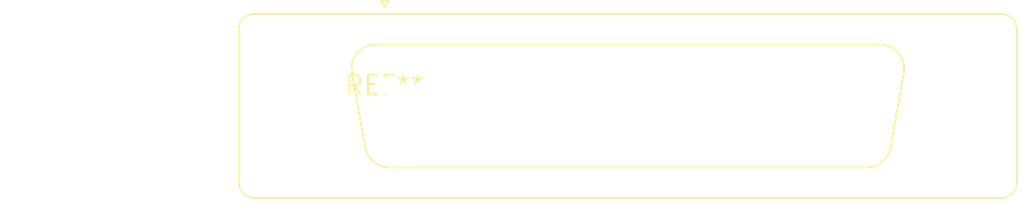
<source format=kicad_pcb>
(kicad_pcb (version 20240108) (generator pcbnew)
  (layers (0 "F.Cu" signal) (31 "B.Cu" signal) (34 "B.Paste" user) (35 "F.Paste" user) (36 "B.SilkS" user "B.Silkscreen") (37 "F.SilkS" user "F.Silkscreen") (38 "B.Mask" user) (39 "F.Mask" user) (44 "Edge.Cuts" user))
  (net 0 "")
  (footprint "DSUB-25_Male_Vertical_P2.77x2.84mm_MountingHoles" (layer "F.Cu") (at 0 0)
    (property "Reference" "REF**")
    (property "Value" "DSUB-25_Male_Vertical_P2.77x2.84mm_MountingHoles")
    (fp_line (start -9.99 6.67) (end -9.99 -3.83) (layer "F.SilkS") (stroke (width 0.12)))
    (fp_line (start -8.93 -4.89) (end 42.17 -4.89) (layer "F.SilkS") (stroke (width 0.12)))
    (fp_line (start -2.24647 -0.841744) (end -1.347202 4.258256) (layer "F.SilkS") (stroke (width 0.12)))
    (fp_line (start -0.611689 -2.79) (end 33.851689 -2.79) (layer "F.SilkS") (stroke (width 0.12)))
    (fp_line (start -0.25 -5.784338) (end 0.25 -5.784338) (layer "F.SilkS") (stroke (width 0.12)))
    (fp_line (start 0 -5.351325) (end -0.25 -5.784338) (layer "F.SilkS") (stroke (width 0.12)))
    (fp_line (start 0.25 -5.784338) (end 0 -5.351325) (layer "F.SilkS") (stroke (width 0.12)))
    (fp_line (start 0.287579 5.63) (end 32.952421 5.63) (layer "F.SilkS") (stroke (width 0.12)))
    (fp_line (start 35.48647 -0.841744) (end 34.587202 4.258256) (layer "F.SilkS") (stroke (width 0.12)))
    (fp_line (start 42.17 7.73) (end -8.93 7.73) (layer "F.SilkS") (stroke (width 0.12)))
    (fp_line (start 43.23 -3.83) (end 43.23 6.67) (layer "F.SilkS") (stroke (width 0.12)))
    (fp_arc (start -9.99 -3.83) (mid -9.679533 -4.579533) (end -8.93 -4.89) (layer "F.SilkS") (stroke (width 0.12)))
    (fp_arc (start -8.93 7.73) (mid -9.679533 7.419533) (end -9.99 6.67) (layer "F.SilkS") (stroke (width 0.12)))
    (fp_arc (start -2.24647 -0.841744) (mid -1.883323 -2.197028) (end -0.611689 -2.79) (layer "F.SilkS") (stroke (width 0.12)))
    (fp_arc (start 0.287579 5.63) (mid -0.779448 5.241634) (end -1.347202 4.258256) (layer "F.SilkS") (stroke (width 0.12)))
    (fp_arc (start 33.851689 -2.79) (mid 35.123323 -2.197027) (end 35.48647 -0.841744) (layer "F.SilkS") (stroke (width 0.12)))
    (fp_arc (start 34.587202 4.258256) (mid 34.019449 5.241634) (end 32.952421 5.63) (layer "F.SilkS") (stroke (width 0.12)))
    (fp_arc (start 42.17 -4.89) (mid 42.919533 -4.579533) (end 43.23 -3.83) (layer "F.SilkS") (stroke (width 0.12)))
    (fp_arc (start 43.23 6.67) (mid 42.919533 7.419533) (end 42.17 7.73) (layer "F.SilkS") (stroke (width 0.12)))
    (pad "0" thru_hole circle (at -6.93 1.42) (size 4 4) (drill 3.2) (layers *.Cu *.Mask) (remove_unused_layers))
    (pad "0" thru_hole circle (at 40.17 1.42) (size 4 4) (drill 3.2) (layers *.Cu *.Mask) (remove_unused_layers))
    (pad "1" thru_hole rect (at 0 0) (size 1.6 1.6) (drill 1) (layers *.Cu *.Mask) (remove_unused_layers))
    (pad "2" thru_hole circle (at 2.77 0) (size 1.6 1.6) (drill 1) (layers *.Cu *.Mask) (remove_unused_layers))
    (pad "3" thru_hole circle (at 5.54 0) (size 1.6 1.6) (drill 1) (layers *.Cu *.Mask) (remove_unused_layers))
    (pad "4" thru_hole circle (at 8.31 0) (size 1.6 1.6) (drill 1) (layers *.Cu *.Mask) (remove_unused_layers))
    (pad "5" thru_hole circle (at 11.08 0) (size 1.6 1.6) (drill 1) (layers *.Cu *.Mask) (remove_unused_layers))
    (pad "6" thru_hole circle (at 13.85 0) (size 1.6 1.6) (drill 1) (layers *.Cu *.Mask) (remove_unused_layers))
    (pad "7" thru_hole circle (at 16.62 0) (size 1.6 1.6) (drill 1) (layers *.Cu *.Mask) (remove_unused_layers))
    (pad "8" thru_hole circle (at 19.39 0) (size 1.6 1.6) (drill 1) (layers *.Cu *.Mask) (remove_unused_layers))
    (pad "9" thru_hole circle (at 22.16 0) (size 1.6 1.6) (drill 1) (layers *.Cu *.Mask) (remove_unused_layers))
    (pad "10" thru_hole circle (at 24.93 0) (size 1.6 1.6) (drill 1) (layers *.Cu *.Mask) (remove_unused_layers))
    (pad "11" thru_hole circle (at 27.7 0) (size 1.6 1.6) (drill 1) (layers *.Cu *.Mask) (remove_unused_layers))
    (pad "12" thru_hole circle (at 30.47 0) (size 1.6 1.6) (drill 1) (layers *.Cu *.Mask) (remove_unused_layers))
    (pad "13" thru_hole circle (at 33.24 0) (size 1.6 1.6) (drill 1) (layers *.Cu *.Mask) (remove_unused_layers))
    (pad "14" thru_hole circle (at 1.385 2.84) (size 1.6 1.6) (drill 1) (layers *.Cu *.Mask) (remove_unused_layers))
    (pad "15" thru_hole circle (at 4.155 2.84) (size 1.6 1.6) (drill 1) (layers *.Cu *.Mask) (remove_unused_layers))
    (pad "16" thru_hole circle (at 6.925 2.84) (size 1.6 1.6) (drill 1) (layers *.Cu *.Mask) (remove_unused_layers))
    (pad "17" thru_hole circle (at 9.695 2.84) (size 1.6 1.6) (drill 1) (layers *.Cu *.Mask) (remove_unused_layers))
    (pad "18" thru_hole circle (at 12.465 2.84) (size 1.6 1.6) (drill 1) (layers *.Cu *.Mask) (remove_unused_layers))
    (pad "19" thru_hole circle (at 15.235 2.84) (size 1.6 1.6) (drill 1) (layers *.Cu *.Mask) (remove_unused_layers))
    (pad "20" thru_hole circle (at 18.005 2.84) (size 1.6 1.6) (drill 1) (layers *.Cu *.Mask) (remove_unused_layers))
    (pad "21" thru_hole circle (at 20.775 2.84) (size 1.6 1.6) (drill 1) (layers *.Cu *.Mask) (remove_unused_layers))
    (pad "22" thru_hole circle (at 23.545 2.84) (size 1.6 1.6) (drill 1) (layers *.Cu *.Mask) (remove_unused_layers))
    (pad "23" thru_hole circle (at 26.315 2.84) (size 1.6 1.6) (drill 1) (layers *.Cu *.Mask) (remove_unused_layers))
    (pad "24" thru_hole circle (at 29.085 2.84) (size 1.6 1.6) (drill 1) (layers *.Cu *.Mask) (remove_unused_layers))
    (pad "25" thru_hole circle (at 31.855 2.84) (size 1.6 1.6) (drill 1) (layers *.Cu *.Mask) (remove_unused_layers))
  )
)
</source>
